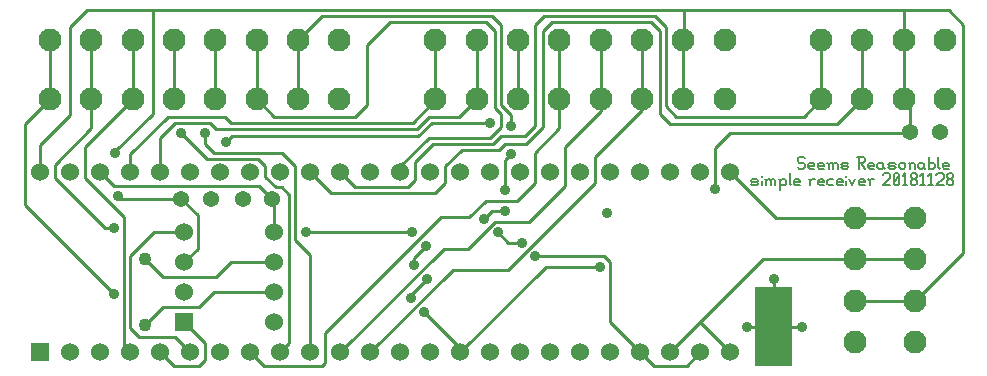
<source format=gbr>
G04 start of page 2 for group 0 idx 0 *
G04 Title: simple, top *
G04 Creator: pcb 20140316 *
G04 CreationDate: Fri 07 Dec 2018 12:57:29 AM GMT UTC *
G04 For: brian *
G04 Format: Gerber/RS-274X *
G04 PCB-Dimensions (mil): 6000.00 5000.00 *
G04 PCB-Coordinate-Origin: lower left *
%MOIN*%
%FSLAX25Y25*%
%LNTOP*%
%ADD25C,0.0380*%
%ADD24C,0.0268*%
%ADD23C,0.0280*%
%ADD22C,0.0350*%
%ADD21C,0.0453*%
%ADD20C,0.0200*%
%ADD19C,0.0360*%
%ADD18R,0.1250X0.1250*%
%ADD17C,0.0433*%
%ADD16C,0.0001*%
%ADD15C,0.0600*%
%ADD14C,0.0540*%
%ADD13C,0.0768*%
%ADD12C,0.0080*%
%ADD11C,0.0100*%
G54D11*X186000Y379000D02*X190500Y383500D01*
Y394579D01*
X185079Y400000D01*
X216000Y379000D02*X201500D01*
X196500Y374000D01*
X162500Y404500D02*X210921D01*
X196500Y374000D02*X179024D01*
X173000Y380024D01*
X186000Y389000D02*X176000D01*
X168000Y381000D01*
X185079Y400000D02*X165000D01*
X164000Y401000D01*
X196000Y369000D02*X191000Y364000D01*
X178000Y349000D02*X182500Y344500D01*
X191000D01*
X193000Y346500D01*
Y352000D01*
X186000Y359000D01*
X188000Y349000D02*X183000Y354000D01*
X191000Y364000D02*X179024D01*
X173000Y357976D01*
X168000Y357000D02*Y381000D01*
X166000Y351000D02*Y394000D01*
X183000Y354000D02*X171000D01*
X168000Y357000D01*
Y349000D02*X166000Y351000D01*
X162500Y368500D02*X133000Y398000D01*
X159500Y390500D02*X162500D01*
X143000Y407000D02*X159500Y390500D01*
X166000Y394000D02*X153000Y407000D01*
X133000Y425043D02*Y398000D01*
X155051Y423551D02*X143000Y411500D01*
Y407000D01*
X138000Y418000D02*Y409000D01*
X153000Y407000D02*Y417500D01*
X168000Y415000D02*Y409000D01*
X163000Y415500D02*Y416000D01*
X216000Y369000D02*X196000D01*
X208000Y349000D02*X212500Y344500D01*
X232000D01*
X233000Y345500D01*
Y355500D01*
X218000Y349000D02*X221000Y352000D01*
X228000Y349000D02*Y381500D01*
X223000Y386500D01*
X221000Y352000D02*Y401500D01*
X223000Y411000D02*X218500Y415500D01*
X215984Y427500D02*X243000D01*
X247000Y431500D01*
X258000Y411000D02*Y409000D01*
X218500Y415500D02*X196000D01*
X210500Y413500D02*X193500D01*
X196000Y415500D02*X193000Y418500D01*
Y422000D01*
X193500Y413500D02*X185000Y422000D01*
X178000Y409000D02*Y420500D01*
X196500Y423500D02*X194500Y425500D01*
X183000D01*
X262272D02*X201500D01*
X264000Y421000D02*X202000D01*
X196500Y423500D02*X263500D01*
X201500Y425500D02*X199500Y427500D01*
X202000Y421000D02*X200000Y419000D01*
X199500Y427500D02*X180500D01*
X358000Y349000D02*X353500Y344500D01*
X342500D01*
X328000Y359000D01*
Y379000D01*
X326000Y381000D01*
X324500Y377500D02*X306500D01*
X429500Y379890D02*X378890D01*
X326000Y381000D02*X303000D01*
X368000Y349000D02*X358000Y359000D01*
X348000Y349000D02*X378890Y379890D01*
X373500Y357500D02*X392000D01*
X382500Y373500D02*Y357500D01*
X409815Y366110D02*X429500D01*
X445500Y382110D01*
X363000Y417000D02*Y403500D01*
X344500Y428500D02*X348000Y425000D01*
X346500Y431000D02*X350000Y427500D01*
X352500Y463000D02*Y453102D01*
X352449Y433315D02*Y453000D01*
X368039Y422039D02*X363000Y417000D01*
X344500Y456000D02*Y428500D01*
X346500Y457500D02*Y431000D01*
X343000Y461000D02*X346500Y457500D01*
X341500Y459000D02*X344500Y456000D01*
X338669Y453000D02*Y429669D01*
X306000Y461000D02*X343000D01*
X308500Y459000D02*X341500D01*
X308500D02*X305500Y456000D01*
X311110Y453000D02*Y423610D01*
X313000Y417500D02*Y404500D01*
X311110Y423610D02*X303000Y415500D01*
X324890Y429390D02*X313000Y417500D01*
X338669Y429669D02*X323000Y414000D01*
X303000Y415500D02*Y405500D01*
X294000Y376500D02*X323000Y405500D01*
X324890Y453000D02*Y429390D01*
X323000Y414000D02*Y405500D01*
X445500Y396110D02*Y458000D01*
X441000Y463000D01*
X445500Y396000D02*Y382110D01*
X403795Y425000D02*X412110Y433315D01*
X392516Y427500D02*X398331Y433315D01*
Y453000D02*Y433315D01*
X412110Y453000D02*Y433315D01*
X426000Y463000D02*Y433425D01*
X428079Y422500D02*Y431421D01*
X426000Y433500D01*
X428039Y422039D02*X368039D01*
X429500Y393669D02*X383331D01*
X368000Y409000D02*X383331Y393669D01*
X350000Y427500D02*X392516D01*
X348000Y425000D02*X403795D01*
X168831Y453000D02*Y433315D01*
X182610Y453000D02*Y433315D01*
X196390Y453000D02*Y433315D01*
X148000Y457500D02*X153500Y463000D01*
X175500Y428500D02*Y463000D01*
X158000Y409000D02*X162500Y404500D01*
X155051Y453000D02*Y423551D01*
X141272Y453000D02*Y433315D01*
X148000Y457500D02*Y428000D01*
X141272Y433315D02*X133000Y425043D01*
X148000Y428000D02*X138000Y418000D01*
X153000Y417500D02*X168831Y433331D01*
X180500Y427500D02*X168000Y415000D01*
X163000Y416000D02*X175500Y428500D01*
X183000Y425500D02*X178000Y420500D01*
X216000Y389000D02*Y399421D01*
X215421Y400000D01*
X213000Y407500D02*Y411000D01*
X210921Y404500D02*X215000Y400421D01*
X213000Y411000D02*X210500Y413500D01*
X223949Y453000D02*Y433315D01*
X210169Y453000D02*Y433315D01*
X223949Y453000D02*X231949Y461000D01*
X221000Y401500D02*X218500Y404000D01*
X216500D01*
X213000Y407500D01*
X223000Y386500D02*Y411000D01*
X210169Y433315D02*X215984Y427500D01*
X153500Y463000D02*X441000D01*
X300000Y418500D02*X293000D01*
X291000Y416500D01*
X278500D01*
X269000Y418500D02*X289000D01*
X288000Y420500D02*X267500D01*
X264000Y421000D02*X268500Y425500D01*
X288000D02*X268500D01*
X263500Y423500D02*X267500Y427500D01*
X277736D01*
X283551Y433315D01*
X247000Y431500D02*Y451500D01*
X254500Y459000D01*
X281000Y394000D02*X286500Y399500D01*
X293000Y403000D02*Y413000D01*
X295000Y415000D01*
X286000Y393500D02*X288500Y396000D01*
X293000D01*
X303000Y405500D02*X297000Y399500D01*
X286500D02*X297000D01*
X313000Y404500D02*X301000Y392500D01*
X289500D02*X301000D01*
X306500Y377500D02*X278000Y349000D01*
Y350500D02*Y349000D01*
X275500Y376500D02*X248000Y349000D01*
X262500Y380500D02*X266500Y384500D01*
X261500Y367000D02*Y368000D01*
X267000Y373500D01*
X238000Y349000D02*X272500Y383500D01*
X281000Y394000D02*X271500D01*
X233000Y355500D01*
X262500Y378000D02*Y380500D01*
X266000Y362500D02*X278000Y350500D01*
X272500Y383500D02*X280500D01*
X289500Y392500D01*
X275500Y376500D02*X294000D01*
X298500Y385500D02*X294000D01*
X290500Y389000D01*
X226500D02*X262000D01*
X263000Y412500D02*Y406500D01*
X260500Y404000D01*
X243000D01*
X238000Y409000D01*
X269500Y402000D02*X235000D01*
X228000Y409000D01*
X289500Y456000D02*Y430500D01*
X291500Y431500D02*Y458000D01*
X303000D02*Y424500D01*
X297331Y453000D02*Y433315D01*
X295000Y428000D02*X291500Y431500D01*
X295000Y424500D02*Y428000D01*
X299500Y421000D02*X291500D01*
X303000Y424500D02*X299500Y421000D01*
X305500Y424000D02*X300000Y418500D01*
X303000Y458000D02*X306000Y461000D01*
X305500Y456000D02*Y424000D01*
X269000Y418500D02*X263000Y412500D01*
X278500Y416500D02*X273000Y411000D01*
Y405500D01*
X269500Y402000D01*
X267500Y420500D02*X258000Y411000D01*
X291500Y424000D02*X288000Y420500D01*
X291500Y428500D02*Y424000D01*
Y421000D02*X289000Y418500D01*
X289500Y430500D02*X291500Y428500D01*
Y458000D02*X288500Y461000D01*
X286500Y459000D02*X289500Y456000D01*
X288500Y461000D02*X231949D01*
X254500Y459000D02*X286500D01*
X269772Y433000D02*X262272Y425500D01*
X269772Y453000D02*Y433315D01*
X283551Y453000D02*Y433315D01*
G54D12*X375490Y404600D02*X376960D01*
X377450Y405090D01*
X376960Y405580D02*X377450Y405090D01*
X375490Y405580D02*X376960D01*
X375000Y406070D02*X375490Y405580D01*
X375000Y406070D02*X375490Y406560D01*
X376960D01*
X377450Y406070D01*
X375000Y405090D02*X375490Y404600D01*
X378626Y407540D02*Y407442D01*
Y406070D02*Y404600D01*
X380096Y406070D02*Y404600D01*
Y406070D02*X380586Y406560D01*
X381076D01*
X381566Y406070D01*
Y404600D01*
Y406070D02*X382056Y406560D01*
X382546D01*
X383036Y406070D01*
Y404600D01*
X379606Y406560D02*X380096Y406070D01*
X384702D02*Y403130D01*
X384212Y406560D02*X384702Y406070D01*
X385192Y406560D01*
X386172D01*
X386662Y406070D01*
Y405090D01*
X386172Y404600D02*X386662Y405090D01*
X385192Y404600D02*X386172D01*
X384702Y405090D02*X385192Y404600D01*
X387838Y408520D02*Y405090D01*
X388328Y404600D01*
X389798D02*X391268D01*
X389308Y405090D02*X389798Y404600D01*
X389308Y406070D02*Y405090D01*
Y406070D02*X389798Y406560D01*
X390778D01*
X391268Y406070D01*
X389308Y405580D02*X391268D01*
Y406070D02*Y405580D01*
X394698Y406070D02*Y404600D01*
Y406070D02*X395188Y406560D01*
X396168D01*
X394208D02*X394698Y406070D01*
X397834Y404600D02*X399304D01*
X397344Y405090D02*X397834Y404600D01*
X397344Y406070D02*Y405090D01*
Y406070D02*X397834Y406560D01*
X398814D01*
X399304Y406070D01*
X397344Y405580D02*X399304D01*
Y406070D02*Y405580D01*
X400970Y406560D02*X402440D01*
X400480Y406070D02*X400970Y406560D01*
X400480Y406070D02*Y405090D01*
X400970Y404600D01*
X402440D01*
X404106D02*X405576D01*
X403616Y405090D02*X404106Y404600D01*
X403616Y406070D02*Y405090D01*
Y406070D02*X404106Y406560D01*
X405086D01*
X405576Y406070D01*
X403616Y405580D02*X405576D01*
Y406070D02*Y405580D01*
X406752Y407540D02*Y407442D01*
Y406070D02*Y404600D01*
X407732Y406560D02*X408712Y404600D01*
X409692Y406560D02*X408712Y404600D01*
X411358D02*X412828D01*
X410868Y405090D02*X411358Y404600D01*
X410868Y406070D02*Y405090D01*
Y406070D02*X411358Y406560D01*
X412338D01*
X412828Y406070D01*
X410868Y405580D02*X412828D01*
Y406070D02*Y405580D01*
X414494Y406070D02*Y404600D01*
Y406070D02*X414984Y406560D01*
X415964D01*
X414004D02*X414494Y406070D01*
X418904Y408030D02*X419394Y408520D01*
X420864D01*
X421354Y408030D01*
Y407050D01*
X418904Y404600D02*X421354Y407050D01*
X418904Y404600D02*X421354D01*
X422530Y405090D02*X423020Y404600D01*
X422530Y408030D02*Y405090D01*
Y408030D02*X423020Y408520D01*
X424000D01*
X424490Y408030D01*
Y405090D01*
X424000Y404600D02*X424490Y405090D01*
X423020Y404600D02*X424000D01*
X422530Y405580D02*X424490Y407540D01*
X425666Y407736D02*X426450Y408520D01*
Y404600D01*
X425666D02*X427136D01*
X428312Y405090D02*X428802Y404600D01*
X428312Y405874D02*Y405090D01*
Y405874D02*X428998Y406560D01*
X429586D01*
X430272Y405874D01*
Y405090D01*
X429782Y404600D02*X430272Y405090D01*
X428802Y404600D02*X429782D01*
X428312Y407246D02*X428998Y406560D01*
X428312Y408030D02*Y407246D01*
Y408030D02*X428802Y408520D01*
X429782D01*
X430272Y408030D01*
Y407246D01*
X429586Y406560D02*X430272Y407246D01*
X431448Y407736D02*X432232Y408520D01*
Y404600D01*
X431448D02*X432918D01*
X434094Y407736D02*X434878Y408520D01*
Y404600D01*
X434094D02*X435564D01*
X436740Y408030D02*X437230Y408520D01*
X438700D01*
X439190Y408030D01*
Y407050D01*
X436740Y404600D02*X439190Y407050D01*
X436740Y404600D02*X439190D01*
X440366Y405090D02*X440856Y404600D01*
X440366Y405874D02*Y405090D01*
Y405874D02*X441052Y406560D01*
X441640D01*
X442326Y405874D01*
Y405090D01*
X441836Y404600D02*X442326Y405090D01*
X440856Y404600D02*X441836D01*
X440366Y407246D02*X441052Y406560D01*
X440366Y408030D02*Y407246D01*
Y408030D02*X440856Y408520D01*
X441836D01*
X442326Y408030D01*
Y407246D01*
X441640Y406560D02*X442326Y407246D01*
X392460Y414020D02*X392950Y413530D01*
X390990Y414020D02*X392460D01*
X390500Y413530D02*X390990Y414020D01*
X390500Y413530D02*Y412550D01*
X390990Y412060D01*
X392460D01*
X392950Y411570D01*
Y410590D01*
X392460Y410100D02*X392950Y410590D01*
X390990Y410100D02*X392460D01*
X390500Y410590D02*X390990Y410100D01*
X394616D02*X396086D01*
X394126Y410590D02*X394616Y410100D01*
X394126Y411570D02*Y410590D01*
Y411570D02*X394616Y412060D01*
X395596D01*
X396086Y411570D01*
X394126Y411080D02*X396086D01*
Y411570D02*Y411080D01*
X397752Y410100D02*X399222D01*
X397262Y410590D02*X397752Y410100D01*
X397262Y411570D02*Y410590D01*
Y411570D02*X397752Y412060D01*
X398732D01*
X399222Y411570D01*
X397262Y411080D02*X399222D01*
Y411570D02*Y411080D01*
X400888Y411570D02*Y410100D01*
Y411570D02*X401378Y412060D01*
X401868D01*
X402358Y411570D01*
Y410100D01*
Y411570D02*X402848Y412060D01*
X403338D01*
X403828Y411570D01*
Y410100D01*
X400398Y412060D02*X400888Y411570D01*
X405494Y410100D02*X406964D01*
X407454Y410590D01*
X406964Y411080D02*X407454Y410590D01*
X405494Y411080D02*X406964D01*
X405004Y411570D02*X405494Y411080D01*
X405004Y411570D02*X405494Y412060D01*
X406964D01*
X407454Y411570D01*
X405004Y410590D02*X405494Y410100D01*
X410394Y414020D02*X412354D01*
X412844Y413530D01*
Y412550D01*
X412354Y412060D02*X412844Y412550D01*
X410884Y412060D02*X412354D01*
X410884Y414020D02*Y410100D01*
X411668Y412060D02*X412844Y410100D01*
X414510D02*X415980D01*
X414020Y410590D02*X414510Y410100D01*
X414020Y411570D02*Y410590D01*
Y411570D02*X414510Y412060D01*
X415490D01*
X415980Y411570D01*
X414020Y411080D02*X415980D01*
Y411570D02*Y411080D01*
X418626Y412060D02*X419116Y411570D01*
X417646Y412060D02*X418626D01*
X417156Y411570D02*X417646Y412060D01*
X417156Y411570D02*Y410590D01*
X417646Y410100D01*
X419116Y412060D02*Y410590D01*
X419606Y410100D01*
X417646D02*X418626D01*
X419116Y410590D01*
X421272Y410100D02*X422742D01*
X423232Y410590D01*
X422742Y411080D02*X423232Y410590D01*
X421272Y411080D02*X422742D01*
X420782Y411570D02*X421272Y411080D01*
X420782Y411570D02*X421272Y412060D01*
X422742D01*
X423232Y411570D01*
X420782Y410590D02*X421272Y410100D01*
X424408Y411570D02*Y410590D01*
Y411570D02*X424898Y412060D01*
X425878D01*
X426368Y411570D01*
Y410590D01*
X425878Y410100D02*X426368Y410590D01*
X424898Y410100D02*X425878D01*
X424408Y410590D02*X424898Y410100D01*
X428034Y411570D02*Y410100D01*
Y411570D02*X428524Y412060D01*
X429014D01*
X429504Y411570D01*
Y410100D01*
X427544Y412060D02*X428034Y411570D01*
X432150Y412060D02*X432640Y411570D01*
X431170Y412060D02*X432150D01*
X430680Y411570D02*X431170Y412060D01*
X430680Y411570D02*Y410590D01*
X431170Y410100D01*
X432640Y412060D02*Y410590D01*
X433130Y410100D01*
X431170D02*X432150D01*
X432640Y410590D01*
X434306Y414020D02*Y410100D01*
Y410590D02*X434796Y410100D01*
X435776D01*
X436266Y410590D01*
Y411570D02*Y410590D01*
X435776Y412060D02*X436266Y411570D01*
X434796Y412060D02*X435776D01*
X434306Y411570D02*X434796Y412060D01*
X437442Y414020D02*Y410590D01*
X437932Y410100D01*
X439402D02*X440872D01*
X438912Y410590D02*X439402Y410100D01*
X438912Y411570D02*Y410590D01*
Y411570D02*X439402Y412060D01*
X440382D01*
X440872Y411570D01*
X438912Y411080D02*X440872D01*
Y411570D02*Y411080D01*
G54D13*X269772Y453000D03*
Y433315D03*
X283551D03*
X297331D03*
X283551Y453000D03*
X297331D03*
X311110D03*
X324890D03*
X338669D03*
X352449D03*
X311110Y433315D03*
X324890D03*
X338669D03*
X352449D03*
X366228Y453000D03*
X398331D03*
X412110D03*
X425890D03*
X439669D03*
X366228Y433315D03*
X398331D03*
G54D14*X428079Y422500D03*
X437921D03*
G54D13*X412110Y433315D03*
X425890D03*
X439669D03*
X196390D03*
X210169Y453000D03*
X223949D03*
X237728D03*
X210169Y433315D03*
X223949D03*
X237728D03*
X155051D03*
X168831Y453000D03*
Y433315D03*
X182610Y453000D03*
Y433315D03*
X141272Y453000D03*
Y433315D03*
X155051Y453000D03*
X196390D03*
G54D14*X215421Y400000D03*
X205579D03*
X194921D03*
X185079D03*
G54D15*X186000Y379000D03*
Y389000D03*
X216000D03*
Y379000D03*
Y369000D03*
Y359000D03*
G54D16*G36*
X183000Y362000D02*Y356000D01*
X189000D01*
Y362000D01*
X183000D01*
G37*
G54D15*X186000Y369000D03*
G54D17*X173000Y380024D03*
Y357976D03*
G54D16*G36*
X135000Y352000D02*Y346000D01*
X141000D01*
Y352000D01*
X135000D01*
G37*
G54D15*X148000Y349000D03*
X158000D03*
X168000D03*
X178000D03*
X188000D03*
X198000D03*
X208000D03*
X218000D03*
X228000D03*
X238000D03*
X248000D03*
X258000D03*
X268000D03*
X278000D03*
X288000D03*
X298000D03*
X368000Y409000D03*
X358000D03*
X348000D03*
X338000D03*
X328000D03*
X318000D03*
G54D13*X429500Y393669D03*
Y379890D03*
Y366110D03*
X409815Y393669D03*
Y379890D03*
Y366110D03*
G54D15*X308000Y409000D03*
X298000D03*
X288000D03*
X278000D03*
X268000D03*
X258000D03*
X248000D03*
X238000D03*
X228000D03*
X218000D03*
X208000D03*
X198000D03*
X188000D03*
X178000D03*
X168000D03*
X158000D03*
X148000D03*
X138000D03*
X308000Y349000D03*
X318000D03*
X328000D03*
X338000D03*
X348000D03*
X358000D03*
X368000D03*
G54D13*X429500Y352331D03*
X409815D03*
G54D18*X382500Y364500D02*Y350500D01*
G54D19*X363000Y403500D03*
X324500Y377500D03*
X303000Y381000D03*
X298500Y385500D03*
X290500Y389000D03*
X327000Y395500D03*
X261500Y367000D03*
X266000Y362500D03*
X267000Y373500D03*
X262500Y378000D03*
X266500Y384500D03*
X262000Y389000D03*
X288000Y425500D03*
X295000Y424500D03*
Y415000D03*
X293000Y403000D03*
Y396000D03*
X286000Y393500D03*
X382500Y373500D03*
X373500Y357500D03*
X392000D03*
X226500Y389000D03*
X193000Y422000D03*
X185000D03*
X200000Y419000D03*
X162500Y390500D03*
Y368500D03*
X164000Y401000D03*
X163000Y415500D03*
G54D20*G54D21*G54D22*G54D21*G54D22*G54D23*G54D24*G54D25*G54D21*G54D25*G54D21*M02*

</source>
